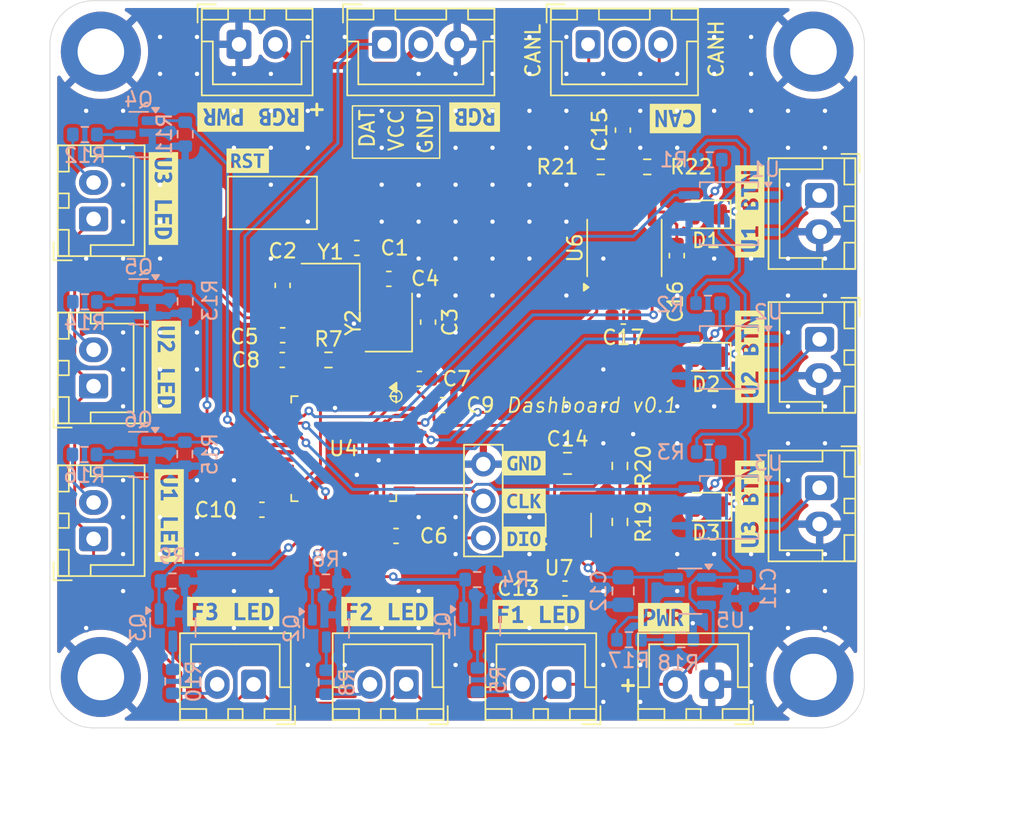
<source format=kicad_pcb>
(kicad_pcb (version 20221018) (generator pcbnew)
  (layers (0 "F.Cu" signal) (31 "B.Cu" signal) (34 "B.Paste" user) (35 "F.Paste" user) (36 "B.SilkS" user "B.Silkscreen") (37 "F.SilkS" user "F.Silkscreen") (38 "B.Mask" user) (39 "F.Mask" user) (44 "Edge.Cuts" user))
  (net 0 "")
  (net 1 "/RCC_OSC_IN")
  (net 2 "GND")
  (net 3 "/RCC_OSC_OUT")
  (net 4 "/LSE_IN")
  (net 5 "/LSE_OUT")
  (net 6 "+3V3")
  (net 7 "Net-(D1-K)")
  (net 8 "Net-(D1-A)")
  (net 9 "Net-(D2-K)")
  (net 10 "Net-(D2-A)")
  (net 11 "Net-(D3-K)")
  (net 12 "Net-(D3-A)")
  (net 13 "Net-(J1-Pin_1)")
  (net 14 "Net-(J2-Pin_1)")
  (net 15 "Net-(J3-Pin_1)")
  (net 16 "Net-(J4-Pin_2)")
  (net 17 "Net-(J5-Pin_2)")
  (net 18 "Net-(J6-Pin_2)")
  (net 19 "Net-(J7-Pin_2)")
  (net 20 "Net-(J8-Pin_2)")
  (net 21 "Net-(J9-Pin_2)")
  (net 22 "FAULT0_LED")
  (net 23 "Net-(Q1-D)")
  (net 24 "FAULT1_LED")
  (net 25 "Net-(Q2-D)")
  (net 26 "Fault3_LED")
  (net 27 "Net-(Q3-D)")
  (net 28 "FUNC1_LED")
  (net 29 "Net-(Q4-D)")
  (net 30 "FUNC2_LED")
  (net 31 "Net-(Q5-D)")
  (net 32 "FUNC3_LED")
  (net 33 "Net-(Q6-D)")
  (net 34 "+5V")
  (net 35 "Net-(SW1-B)")
  (net 36 "FUNC1_IO")
  (net 37 "FUNC2_IO")
  (net 38 "FUNC3_IO")
  (net 39 "ADC_CH1")
  (net 40 "ADC0")
  (net 41 "ADC1")
  (net 42 "ADC2")
  (net 43 "ADC3")
  (net 45 "IC2")
  (net 46 "IC3")
  (net 50 "SWDIO")
  (net 51 "D+")
  (net 52 "D-")
  (net 53 "SWCLK")
  (net 54 "IC0")
  (net 55 "IC1")
  (net 60 "Net-(U4-PB8)")
  (net 61 "Net-(U4-PB9)")
  (net 62 "CAN_P")
  (net 64 "RGB")
  (net 66 "Net-(J11-Pin_2)")
  (net 67 "Net-(U5-ADJ)")
  (net 68 "Net-(U7-ADJ)")
  (net 69 "VDC")
  (net 70 "Net-(C15-Pad1)")
  (net 71 "CAN_N")
  (footprint "Connector_JST:JST_XH_B2B-XH-A_1x02_P2.50mm_Vertical" (layer "F.Cu") (at 62 82 90)
    (fp_text reference "J9" hide)
    (fp_text value "FUNC3_LED")
  )
  (footprint "kibuzzard-675A9E5C" (layer "F.Cu") (at 91.6 82)
    (fp_text reference "kibuzzard-675A9E5C" hide)
    (fp_text value "G***" hide)
  )
  (footprint "Capacitor_SMD:C_0603_1608Metric" (layer "F.Cu") (at 74.975 69.7 180)
    (fp_text reference "C8")
    (fp_text value "1u")
  )
  (footprint "Package_SO:SOIC-8_3.9x4.9mm_P1.27mm" (layer "F.Cu") (at 98.5 61.999998 90)
    (fp_text reference "U6")
    (fp_text value "SN65HVD256D")
  )
  (footprint "kibuzzard-675A9E54" (layer "F.Cu") (at 91.6 79.4)
    (fp_text reference "kibuzzard-675A9E54" hide)
    (fp_text value "G***" hide)
  )
  (footprint "Connector_JST:JST_XH_B2B-XH-A_1x02_P2.50mm_Vertical" (layer "F.Cu") (at 83.5 92 180)
    (fp_text reference "J5" hide)
    (fp_text value "FAULT2_LED")
  )
  (footprint "kibuzzard-675ACE28" (layer "F.Cu") (at 91.6 76.8)
    (fp_text reference "kibuzzard-675ACE28" hide)
    (fp_text value "G***" hide)
  )
  (footprint "kibuzzard-675A942D" (layer "F.Cu") (at 72.8 53 180)
    (fp_text reference "kibuzzard-675A942D" hide)
    (fp_text value "G***" hide)
  )
  (footprint "kibuzzard-675A9464" (layer "F.Cu") (at 88.2 53 180)
    (fp_text reference "kibuzzard-675A9464" hide)
    (fp_text value "G***" hide)
  )
  (footprint "LED_SMD:LED_0805_2012Metric" (layer "F.Cu") (at 104.1825 79.786625 180)
    (fp_text reference "D3")
    (fp_text value "FUNC3_BTN")
  )
  (footprint "Connector_JST:JST_XH_B2B-XH-A_1x02_P2.50mm_Vertical" (layer "F.Cu") (at 73 92 180)
    (fp_text reference "J6" hide)
    (fp_text value "FAULT3_LED")
  )
  (footprint "kibuzzard-675A93F9" (layer "F.Cu") (at 71.6 87)
    (fp_text reference "kibuzzard-675A93F9" hide)
    (fp_text value "G***" hide)
  )
  (footprint "Connector_PinHeader_2.54mm:PinHeader_1x03_P2.54mm_Vertical" (layer "F.Cu") (at 88.8 81.94 180)
    (fp_text reference "J10" hide)
    (fp_text value "PROG")
  )
  (footprint "Connector_JST:JST_XH_B2B-XH-A_1x02_P2.50mm_Vertical" (layer "F.Cu") (at 62 71.5 90)
    (fp_text reference "J8" hide)
    (fp_text value "FUNC2_LED")
  )
  (footprint "Capacitor_SMD:C_0603_1608Metric" (layer "F.Cu") (at 98.425 66.725 180)
    (fp_text reference "C17")
    (fp_text value "100n")
  )
  (footprint "kibuzzard-675A9409" (layer "F.Cu") (at 67.2 80.4 -90)
    (fp_text reference "kibuzzard-675A9409" hide)
    (fp_text value "G***" hide)
  )
  (footprint "Capacitor_SMD:C_0603_1608Metric" (layer "F.Cu") (at 82.3 64.125)
    (fp_text reference "C4")
    (fp_text value "20p")
  )
  (footprint "Capacitor_SMD:C_0805_2012Metric" (layer "F.Cu") (at 94.5875 76.8125)
    (fp_text reference "C14")
    (fp_text value "10u")
  )
  (footprint "MountingHole:MountingHole_3.2mm_M3_ISO14580_Pad" (layer "F.Cu") (at 111.5 48.5)
    (fp_text reference "H4" hide)
    (fp_text value "MountingHole_Pad")
  )
  (footprint "kibuzzard-675A93D2" (layer "F.Cu") (at 92.6 87.2)
    (fp_text reference "kibuzzard-675A93D2" hide)
    (fp_text value "G***" hide)
  )
  (footprint "Button_Switch_SMD:SW_SPST_FSMSM" (layer "F.Cu") (at 74.3 58.9 180)
    (fp_text reference "SW1" hide)
    (fp_text value "SW_SPST")
  )
  (footprint "Capacitor_SMD:C_0603_1608Metric" (layer "F.Cu") (at 84.4 71)
    (fp_text reference "C7")
    (fp_text value "100n")
  )
  (footprint "MountingHole:MountingHole_3.2mm_M3_ISO14580_Pad" (layer "F.Cu") (at 62.5 48.5)
    (fp_text reference "H1" hide)
    (fp_text value "MountingHole_Pad")
  )
  (footprint "Capacitor_SMD:C_0603_1608Metric" (layer "F.Cu") (at 98.395 53.899998 90)
    (fp_text reference "C15")
    (fp_text value "1u")
  )
  (footprint "Connector_JST:JST_XH_B2B-XH-A_1x02_P2.50mm_Vertical" (layer "F.Cu") (at 62 60 90)
    (fp_text reference "J7" hide)
    (fp_text value "FUNC1_LED")
  )
  (footprint "LED_SMD:LED_0805_2012Metric" (layer "F.Cu") (at 104.12 59.686625 180)
    (fp_text reference "D1")
    (fp_text value "FUNC1_BTN")
  )
  (footprint "Package_TO_SOT_SMD:SOT-23-5" (layer "F.Cu") (at 94.65 81.0625 90)
    (fp_text reference "U7")
    (fp_text value "AP2204K-ADJ")
  )
  (footprint "Package_QFP:LQFP-48_7x7mm_P0.5mm" (layer "F.Cu") (at 79.2 75.8 -90)
    (fp_text reference "U4")
    (fp_text value "STM32F103C8Tx")
  )
  (footprint "Resistor_SMD:R_0603_1608Metric" (layer "F.Cu") (at 98.1875 80.8375 90)
    (fp_text reference "R19")
    (fp_text value "100k")
  )
  (footprint "Connector_JST:JST_XH_B3B-XH-A_1x03_P2.50mm_Vertical" (layer "F.Cu") (at 96 48)
    (fp_text reference "J13" hide)
    (fp_text value "CAN")
  )
  (footprint "LED_SMD:LED_0805_2012Metric" (layer "F.Cu") (at 104.12 69.48 180)
    (fp_text reference "D2")
    (fp_text value "FUNC2_BTN")
  )
  (footprint "Capacitor_SMD:C_0603_1608Metric" (layer "F.Cu") (at 85 67.1 90)
    (fp_text reference "C3")
    (fp_text value "20p")
  )
  (footprint "Connector_JST:JST_XH_B2B-XH-A_1x02_P2.50mm_Vertical" (layer "F.Cu") (at 104.5 92 180)
    (fp_text reference "J14" hide)
    (fp_text value "PWR")
  )
  (footprint "Capacitor_SMD:C_0603_1608Metric" (layer "F.Cu") (at 80.1 62)
    (fp_text reference "C1")
    (fp_text value "20p")
  )
  (footprint "kibuzzard-675A9276" (layer "F.Cu") (at 101.2 87.4)
    (fp_text reference "kibuzzard-675A9276" hide)
    (fp_text value "G***" hide)
  )
  (footprint "Resistor_SMD:R_0603_1608Metric" (layer "F.Cu") (at 96.87 56.424998)
    (fp_text reference "R21")
    (fp_text value "60")
  )
  (footprint "kibuzzard-675AA1C0" (layer "F.Cu") (at 72.6 56)
    (fp_text reference "kibuzzard-675AA1C0" hide)
    (fp_text value "G***" hide)
  )
  (footprint "Capacitor_SMD:C_0603_1608Metric" (layer "F.Cu") (at 75 68 180)
    (fp_text reference "C5")
    (fp_text value "100n")
  )
  (footprint "kibuzzard-675A946D" (layer "F.Cu") (at 102 53.1 180)
    (fp_text reference "kibuzzard-675A946D" hide)
    (fp_text value "G***" hide)
  )
  (footprint "Connector_JST:JST_XH_B3B-XH-A_1x03_P2.50mm_Vertical" (layer "F.Cu") (at 82 48)
    (fp_text reference "J11" hide)
    (fp_text value "RGB")
  )
  (footprint "Connector_JST:JST_XH_B2B-XH-A_1x02_P2.50mm_Vertical" (layer "F.Cu") (at 72 48)
    (fp_text reference "J12" hide)
    (fp_text value "5V_IN")
  )
  (footprint "Capacitor_SMD:C_0603_1608Metric" (layer "F.Cu") (at 73.575 80 180)
    (fp_text reference "C10")
    (fp_text value "100n")
  )
  (footprint "Resistor_SMD:R_0603_1608Metric" (layer "F.Cu") (at 78.15 69.7)
    (fp_text reference "R7")
    (fp_text value "10k")
  )
  (footprint "Crystal:Crystal_SMD_SeikoEpson_FA238-4Pin_3.2x2.5mm" (layer "F.Cu") (at 78.3 64.675 180)
    (fp_text reference "Y1")
    (fp_text value "8M")
  )
  (footprint "kibuzzard-675A9410" (layer "F.Cu") (at 67 70.2 -90)
    (fp_text reference "kibuzzard-675A9410" hide)
    (fp_text value "G***" hide)
  )
  (footprint "Capacitor_SMD:C_0603_1608Metric" (layer "F.Cu") (at 94.4125 85.4125)
    (fp_text reference "C13")
    (fp_text value "1u")
  )
  (footprint "Connector_JST:JST_XH_B2B-XH-A_1x02_P2.50mm_Vertical" (layer "F.Cu") (at 111.92 58.386625 -90)
    (fp_text reference "J1" hide)
    (fp_text value "FUNC1_BTN")
  )
  (footprint "Connector_JST:JST_XH_B2B-XH-A_1x02_P2.50mm_Vertical" (layer "F.Cu") (at 94 92 180)
    (fp_text reference "J4" hide)
    (fp_text value "FAULT1_LED")
  )
  (footprint "Connector_JST:JST_XH_B2B-XH-A_1x02_P2.50mm_Vertical" (layer "F.Cu") (at 111.92 78.486625 -90)
    (fp_text reference "J3" hide)
    (fp_text value "FUNC3_BTN")
  )
  (footprint "Resistor_SMD:R_0603_1608Metric" (layer "F.Cu") (at 100.07 56.424998)
    (fp_text reference "R22")
    (fp_text value "60")
  )
  (footprint "Crystal:Crystal_SMD_SeikoEpson_FA238-4Pin_3.2x2.5mm" (layer "F.Cu") (at 82.3 67.125 90)
    (fp_text reference "Y2")
    (fp_text value "32.768k")
  )
  (footprint "kibuzzard-675A93EF" (layer "F.Cu") (at 82.2 87)
    (fp_text reference "kibuzzard-675A93EF" hide)
    (fp_text value "G***" hide)
  )
  (footprint "Connector_JST:JST_XH_B2B-XH-A_1x02_P2.50mm_Vertical" (layer "F.Cu") (at 111.92 68.28 -90)
    (fp_text reference "J2" hide)
    (fp_text value "FUNC2_BTN")
  )
  (footprint "Resistor_SMD:R_0603_1608Metric" (layer "F.Cu") (at 98.1875 76.9875 -90)
    (fp_text reference "R20")
    (fp_text value "166k")
  )
  (footprint "kibuzzard-675A93E3" (layer "F.Cu") (at 107.12 79.786625 90)
    (fp_text reference "kibuzzard-675A93E3" hide)
    (fp_text value "G***" hide)
  )
  (footprint "kibuzzard-675A93D8" (layer "F.Cu") (at 107.12 59.486625 90)
    (fp_text reference "kibuzzard-675A93D8" hide)
    (fp_text value "G***" hide)
  )
  (footprint "MountingHole:MountingHole_3.2mm_M3_ISO14580_Pad" (layer "F.Cu") (at 62.5 91.5)
    (fp_text reference "H2" hide)
    (fp_text value "MountingHole_Pad")
  )
  (footprint "kibuzzard-675A93DE" (layer "F.Cu") (at 107.12 69.48 90)
    (fp_text reference "kibuzzard-675A93DE" hide)
    (fp_text value "G***" hide)
  )
  (footprint "Capacitor_SMD:C_0603_1608Metric" (layer "F.Cu") (at 86 72.8)
    (fp_text reference "C9")
    (fp_text value "100n")
  )
  (footprint "MountingHole:MountingHole_3.2mm_M3_ISO14580_Pad" (layer "F.Cu") (at 111.5 91.5)
    (fp_text reference "H3" hide)
    (fp_text value "MountingHole_Pad")
  )
  (footprint "kibuzzard-675A9417" (layer "F.Cu") (at 66.8 58.6 -90)
    (fp_text reference "kibuzzard-675A9417" hide)
    (fp_text value "G***" hide)
  )
  (footprint "Capacitor_SMD:C_0603_1608Metric" (layer "F.Cu") (at 75 64.575 90)
    (fp_text reference "C2")
    (fp_text value "20p")
  )
  (footprint "Capacitor_SMD:C_0603_1608Metric" (layer "F.Cu") (at 102.1 62.525 -90)
    (fp_text reference "C16")
    (fp_text value "100n")
  )
  (footprint "Capacitor_SMD:C_0603_1608Metric" (layer "F.Cu") (at 82.8 81.8)
    (fp_text reference "C6")
    (fp_text value "100n")
  )
  (footprint "Capacitor_SMD:C_0603_1608Metric" (layer "B.Cu") (at 106.81 85.335 -90)
    (fp_text reference "C11")
    (fp_text value "1u")
  )
  (footprint "Package_TO_SOT_SMD:SOT-23" (layer "B.Cu") (at 65.075 76.2 180)
    (fp_text reference "Q6")
    (fp_text value "2N7002")
  )
  (footprint "Package_TO_SOT_SMD:SOT-23" (layer "B.Cu") (at 67.45 88.1 -90)
    (fp_text reference "Q3")
    (fp_text value "2N7002")
  )
  (footprint "Resistor_SMD:R_0603_1608Metric" (layer "B.Cu") (at 77.975 84.9625)
    (fp_text reference "R6")
    (fp_text value "1M")
  )
  (footprint "Package_TO_SOT_SMD:SOT-23" (layer "B.Cu") (at 78 88.1625 -90)
    (fp_text reference "Q2")
    (fp_text value "2N7002")
  )
  (footprint "Package_SO:SOP-4_3.8x4.1mm_P2.54mm" (layer "B.Cu") (at 105.695 69.53 180)
    (fp_text reference "U2")
    (fp_text value "FODM217D")
  )
  (footprint "Resistor_SMD:R_0603_1608Metric" (layer "B.Cu") (at 98.81 88.935)
    (fp_text reference "R17")
    (fp_text value "303k")
  )
  (footprint "Package_SO:SOP-4_3.8x4.1mm_P2.54mm" (layer "B.Cu") (at 105.695 59.636625 180)
    (fp_text reference "U1")
    (fp_text value "FODM217D")
  )
  (footprint "Package_TO_SOT_SMD:SOT-23-5" (layer "B.Cu") (at 103 85.6 180)
    (fp_text reference "U5")
    (fp_text value "AP2204K-ADJ")
  )
  (footprint "Resistor_SMD:R_0603_1608Metric" (layer "B.Cu") (at 67.425 84.9)
    (fp_text reference "R9")
    (fp_text value "1M")
  )
  (footprint "Package_TO_SOT_SMD:SOT-23" (layer "B.Cu") (at 65.1 54.2 180)
    (fp_text reference "Q4")
    (fp_text value "2N7002")
  )
  (footprint "Resistor_SMD:R_0603_1608Metric" (layer "B.Cu") (at 88.375 84.8)
    (fp_text reference "R4")
    (fp_text value "1M")
  )
  (footprint "Resistor_SMD:R_0603_1608Metric" (layer "B.Cu") (at 61.4 54.2)
    (fp_text reference "R12")
    (fp_text value "0R")
  )
  (footprint "Resistor_SMD:R_0603_1608Metric" (layer "B.Cu") (at 88.4 91.7 90)
    (fp_text reference "R5")
    (fp_text value "0R")
  )
  (footprint "Resistor_SMD:R_0603_1608Metric" (layer "B.Cu") (at 102.41 88.935 180)
    (fp_text reference "R18")
    (fp_text value "100k")
  )
  (footprint "Package_SO:SOP-4_3.8x4.1mm_P2.54mm" (layer "B.Cu") (at 105.695 79.836625 180)
    (fp_text reference "U3")
    (fp_text value "FODM217D")
  )
  (footprint "Capacitor_SMD:C_0805_2012Metric" (layer "B.Cu") (at 98.41 85.585 -90)
    (fp_text reference "C12")
    (fp_text value "10u")
  )
  (footprint "Resistor_SMD:R_0603_1608Metric" (layer "B.Cu") (at 104.295 76.036625)
    (fp_text reference "R3")
    (fp_text value "1k")
  )
  (footprint "Resistor_SMD:R_0603_1608Metric" (layer "B.Cu") (at 61.375 76.2)
    (fp_text reference "R16")
    (fp_text value "0R")
  )
  (footprint "Resistor_SMD:R_0603_1608Metric" (layer "B.Cu") (at 68.275 76.175 -90)
    (fp_text reference "R15")
    (fp_text value "1M")
  )
  (footprint "Package_TO_SOT_SMD:SOT-23" (layer "B.Cu") (at 88.4 88 -90)
    (fp_text reference "Q1")
    (fp_text value "2N7002")
  )
  (footprint "Package_TO_SOT_SMD:SOT-23" (layer "B.Cu") (at 65.1 65.7 180)
    (fp_text reference "Q5")
    (fp_text value "2N7002")
  )
  (footprint "Resistor_SMD:R_0603_1608Metric" (layer "B.Cu") (at 61.4 65.7)
    (fp_text reference "R14")
    (fp_text value "0R")
  )
  (footprint "Resistor_SMD:R_0603_1608Metric" (layer "B.Cu") (at 67.45 91.8 90)
    (fp_text reference "R10")
    (fp_text value "0R")
  )
  (footprint "Resistor_SMD:R_0603_1608Metric" (layer "B.Cu") (at 68.3 54.175 -90)
    (fp_text reference "R11")
    (fp_text value "1M")
  )
  (footprint "Resistor_SMD:R_0603_1608Metric" (layer "B.Cu") (at 78 91.8625 90)
    (fp_text reference "R8")
    (fp_text value "0R")
  )
  (footprint "Resistor_SMD:R_0603_1608Metric" (layer "B.Cu") (at 104.245 65.8)
    (fp_text reference "R2")
    (fp_text value "1k")
  )
  (footprint "Resistor_SMD:R_0603_1608Metric" (layer "B.Cu") (at 104.37 55.936625)
    (fp_text reference "R1")
    (fp_text value "1k")
  )
  (footprint "Resistor_SMD:R_0603_1608Metric" (layer "B.Cu") (at 68.3 65.675 -90)
    (fp_text reference "R13")
    (fp_text value "1M")
  )
  (gr_rect (start 79.8 52.228571) (end 85.8 55.828571) (stroke (width 0.1)) (fill none) (layer "F.SilkS"))
  (gr_circle (center 82.81 72.19) (end 83.2 72.19) (stroke (width 0.1)) (fill none) (layer "F.SilkS"))
  (gr_line (start 59 92) (end 59 48) (stroke (width 0.05)) (layer "Edge.Cuts"))
  (gr_line (start 115 92) (end 115 48) (stroke (width 0.05)) (layer "Edge.Cuts"))
  (gr_arc (start 59 48) (mid 59.87868 45.87868) (end 62 45) (stroke (width 0.05)) (layer "Edge.Cuts"))
  (gr_arc (start 112 45) (mid 114.12132 45.87868) (end 115 48) (stroke (width 0.05)) (layer "Edge.Cuts"))
  (gr_arc (start 115 92) (mid 114.12132 94.12132) (end 112 95) (stroke (width 0.05)) (layer "Edge.Cuts"))
  (gr_arc (start 62 95) (mid 59.87868 94.12132) (end 59 92) (stroke (width 0.05)) (layer "Edge.Cuts"))
  (gr_line (start 112 45) (end 62 45) (stroke (width 0.05)) (layer "Edge.Cuts"))
  (gr_line (start 62 95) (end 112 95) (stroke (width 0.05)) (layer "Edge.Cuts"))
  (gr_text "DAT" (at 81.4 55.2 90) (layer "F.SilkS") (effects (font (size 1 1)) (justify left bottom)))
  (gr_text "Dashboard v0.1" (at 90.3 73.4) (layer "F.SilkS") (effects (font (size 1 1) (thickness 0.125) italic) (justify left bottom)))
  (gr_text "CANH" (at 105.4 50.4 90) (layer "F.SilkS") (effects (font (size 1 1)) (justify left bottom)))
  (gr_text "CANL" (at 92.8 50.4 90) (layer "F.SilkS") (effects (font (size 1 1)) (justify left bottom)))
  (gr_text "+" (at 98 92.6) (layer "F.SilkS") (effects (font (size 1 1) (thickness 0.2) bold) (justify left bottom)))
  (gr_text "GND" (at 85.4 55.628571 90) (layer "F.SilkS") (effects (font (size 1 1)) (justify left bottom)))
  (gr_text "+" (at 76.6 53) (layer "F.SilkS") (effects (font (size 1 1) (thickness 0.2) bold) (justify left bottom)))
  (gr_text "VCC" (at 83.4 55.438095 90) (layer "F.SilkS") (effects (font (size 1 1)) (justify left bottom)))
  (segment (start 79.95 70.65) (end 79.95 71.6375) (width 0.2) (layer "F.Cu") (net 1))
  (segment (start 80.075 70.525) (end 79.95 70.65) (width 0.2) (layer "F.Cu") (net 1))
  (segment (start 78.2 64.175) (end 78.2 67) (width 0.2) (layer "F.Cu") (net 1))
  (segment (start 79.4 62.075) (end 79.4 63.875) (width 0.2) (layer "F.Cu") (net 1))
  (segment (start 78.5 63.875) (end 78.2 64.175) (width 0.2) (layer "F.Cu") (net 1))
  (segment (start 80.075 68.875) (end 80.075 70.525) (width 0.2) (layer "F.Cu") (net 1))
  (segment (start 79.325 62) (end 79.4 62.075) (width 0.2) (layer "F.Cu") (net 1))
  (segment (start 79.4 63.875) (end 78.5 63.875) (width 0.2) (layer "F.Cu") (net 1))
  (segment (start 78.2 67) (end 80.075 68.875) (width 0.2) (layer "F.Cu") (net 1))
  (segment (start 83.3625 73.55) (end 82.59259 73.55) (width 0.2) (layer "F.Cu") (net 2))
  (segment (start 82.59259 73.55) (end 81.6 74.54259) (width 0.2) (layer "F.Cu") (net 2))
  (segment (start 81.65 75.05) (end 81.6 75) (width 0.2) (layer "F.Cu") (net 2))
  (segment (start 81.6 75) (end 81.6 76.6) (width 0.2) (layer "F.Cu") (net 2))
  (segment (start 81.6 74.54259) (end 81.6 75) (width 0.2) (layer "F.Cu") (net 2))
  (segment (start 83.3625 75.05) (end 81.65 75.05) (width 0.2) (layer "F.Cu") (net 2))
  (via (at 104.67 47.49) (size 0.6) (drill 0.3) (layers "F.Cu" "B.Cu") (net 2))
  (via (at 91.97 62.73) (size 0.6) (drill 0.3) (layers "F.Cu" "B.Cu") (net 2))
  (via (at 99.59 90.67) (size 0.6) (drill 0.3) (layers "F.Cu" "B.Cu") (net 2))
  (via (at 81.81 60.19) (size 0.6) (drill 0.3) (layers "F.Cu" "B.Cu") (net 2))
  (via (at 112.29 75.43) (size 0.6) (drill 0.3) (layers "F.Cu" "B.Cu") (net 2))
  (via (at 66.57 62.73) (size 0.6) (drill 0.3) (layers "F.Cu" "B.Cu") (net 2))
  (via (at 69.11 83.05) (size 0.6) (drill 0.3) (layers "F.Cu" "B.Cu") (net 2))
  (via (at 71.65 83.05) (size 0.6) (drill 0.3) (layers "F.Cu" "B.Cu") (net 2))
  (via (at 74.19 85.59) (size 0.6) (drill 0.3) (layers "F.Cu" "B.Cu") (net 2))
  (via (at 76.73 47.49) (size 0.6) (drill 0.3) (layers "F.Cu" "B.Cu") (net 2))
  (via (at 66.57 47.49) (size 0.6) (drill 0.3) (layers "F.Cu" "B.Cu") (net 2))
  (via (at 84.35 57.65) (size 0.6) (drill 0.3) (layers "F.Cu" "B.Cu") (net 2))
  (via (at 74.19 88.13) (size 0.6) (drill 0.3) (layers "F.Cu" "B.Cu") (net 2))
  (via (at 103.2 87.8) (size 0.6) (drill 0.3) (layers "F.Cu" "B.Cu") (net 2))
  (via (at 109.75 85.59) (size 0.6) (drill 0.3) (layers "F.Cu" "B.Cu") (net 2))
  (via (at 97.05 70.35) (size 0.6) (drill 0.3) (layers "F.Cu" "B.Cu") (net 2))
  (via (at 109.75 65.27) (size 0.6) (drill 0.3) (layers "F.Cu" "B.Cu") (net 2))
  (via (at 64.03 80.51) (size 0.6) (drill 0.3) (layers "F.Cu" "B.Cu") (net 2))
  (via (at 74.19 57.65) (size 0.6) (drill 0.3) (layers "F.Cu" "B.Cu") (net 2))
  (via (at 104.67 52.57) (size 0.6) (drill 0.3) (layers "F.Cu" "B.Cu") (net 2))
  (via (at 69.11 80.51) (size 0.6) (drill 0.3) (layers "F.Cu" "B.Cu") (net 2))
  (via (at 97.05 90.67) (size 0.6) (drill 0.3) (layers "F.Cu" "B.Cu") (net 2))
  (via (at 91.97 55.11) (size 0.6) (drill 0.3) (layers "F.Cu" "B.Cu") (net 2))
  (via (at 81.81 55.11) (size 0.6) (drill 0.3) (layers "F.Cu" "B.Cu") (net 2))
  (via (at 94.51 75.43) (size 0.6) (drill 0.3) (layers "F.Cu" "B.Cu") (net 2))
  (via (at 97.05 55.11) (size 0.6) (drill 0.3) (layers "F.Cu" "B.Cu") (net 2))
  (via (at 64.03 52.57) (size 0.6) (drill 0.3) (layers "F.Cu" "B.Cu") (net 2))
  (via (at 112.29 52.57) (size 0.6) (drill 0.3) (layers "F.Cu" "B.Cu") (net 2))
  (via (at 71.65 85.59) (size 0.6) (drill 0.3) (layers "F.Cu" "B.Cu") (net 2))
  (via (at 71.65 77.97) (size 0.6) (drill 0.3) (layers "F.Cu" "B.Cu") (net 2))
  (via (at 107.21 88.13) (size 0.6) (drill 0.3) (layers "F.Cu" "B.Cu") (net 2))
  (via (at 109.75 75.43) (size 0.6) (drill 0.3) (layers "F.Cu" "B.Cu") (net 2))
  (via (at 112.29 65.27) (size 0.6) (drill 0.3) (layers "F.Cu" "B.Cu") (net 2))
  (via (at 94.51 88.13) (size 0.6) (drill 0.3) (layers "F.Cu" "B.Cu") (net 2))
  (via (at 89.43 50.03) (size 0.6) (drill 0.3) (layers "F.Cu" "B.Cu") (net 2))
  (via (at 97.05 85.59) (size 0.6) (drill 0.3) (layers "F.Cu" "B.Cu") (net 2))
  (via (at 102.13 50.03) (size 0.6) (drill 0.3) (layers "F.Cu" "B.Cu") (net 2))
  (via (at 79.27 90.67) (size 0.6) (drill 0.3) (layers "F.Cu" "B.Cu") (net 2))
  (via (at 112.29 62.73) (size 0.6) (drill 0.3) (layers "F.Cu" "B.Cu") (net 2))
  (via (at 94.51 47.49) (size 0.6) (drill 0.3) (layers "F.Cu" "B.Cu") (net 2))
  (via (at 71.65 55.11) (size 0.6) (drill 0.3) (layers "F.Cu" "B.Cu") (net 2))
  (via (at 86.89 52.57) (size 0.6) (drill 0.3) (layers "F.Cu" "B.Cu") (net 2))
  (via (at 64.03 57.65) (size 0.6) (drill 0.3) (layers "F.Cu" "B.Cu") (net 2))
  (via (at 66.57 60.19) (size 0.6) (drill 0.3) (layers "F.Cu" "B.Cu") (net 2))
  (via (at 94.51 52.57) (size 0.6) (drill 0.3) (layers "F.Cu" "B.Cu") (net 2))
  (via (at 64.03 62.73) (size 0.6) (drill 0.3) (layers "F.Cu" "B.Cu") (net 2))
  (via (at 102.13 85.59) (size 0.6) (drill 0.3) (layers "F.Cu" "B.Cu") (net 2))
  (via (at 94.51 65.27) (size 0.6) (drill 0.3) (layers "F.Cu" "B.Cu") (net 2))
  (via (at 89.43 65.27) (size 0.6) (drill 0.3) (layers "F.Cu" "B.Cu") (net 2))
  (via (at 102.13 83.05) (size 0.6) (drill 0.3) (layers "F.Cu" "B.Cu") (net 2))
  (via (at 107.21 62.73) (size 0.6) (drill 0.3) (layers "F.Cu" "B.Cu") (net 2))
  (via (at 89.43 62.73) (size 0.6) (drill 0.3) (layers "F.Cu" "B.Cu") (net 2))
  (via (at 91.97 85.59) (size 0.6) (drill 0.3) (layers "F.Cu" "B.Cu") (net 2))
  (via (at 104.67 72.89) (size 0.6) (drill 0.3) (layers "F.Cu" "B.Cu") (net 2))
  (via (at 76.73 52.57) (size 0.6) (drill 0.3) (layers "F.Cu" "B.Cu") (net 2))
  (via (at 69.11 67.81) (size 0.6) (drill 0.3) (layers "F.Cu" "B.Cu") (net 2))
  (via (at 107.21 83.05) (size 0.6) (drill 0.3) (layers "F.Cu" "B.Cu") (net 2))
  (via (at 97.05 75.43) (size 0.6) (drill 0.3) (layers "F.Cu" "B.Cu") (net 2))
  (via (at 99.59 50.03) (size 0.6) (drill 0.3) (layers "F.Cu" "B.Cu") (net 2))
  (via (at 102.13 75.43) (size 0.6) (drill 0.3) (layers "F.Cu" "B.Cu") (net 2))
  (via (at 86.89 67.81) (size 0.6) (drill 0.3) (layers "F.Cu" "B.Cu") (net 2))
  (via (at 102.13 65.27) (size 0.6) (drill 0.3) (layers "F.Cu" "B.Cu") (net 2))
  (via (at 86.89 55.11) (size 0.6) (drill 0.3) (layers "F.Cu" "B.Cu") (net 2))
  (via (at 81.81 57.65) (size 0.6) (drill 0.3) (layers "F.Cu" "B.Cu") (net 2))
  (via (at 97.05 52.57) (size 0.6) (drill 0.3) (layers "F.Cu" "B.Cu") (net 2))
  (via (at 109.75 88.13) (size 0.6) (drill 0.3) (layers "F.Cu" "B.Cu") (net 2))
  (via (at 91.97 52.57) (size 0.6) (drill 0.3) (layers "F.Cu" "B.Cu") (net 2))
  (via (at 80.1 77.6) (size 0.6) (drill 0.3) (layers "F.Cu" "B.Cu") (net 2))
  (via (at 109.75 72.89) (size 0.6) (drill 0.3) (layers "F.Cu" "B.Cu") (net 2))
  (via (at 107.21 47.49) (size 0.6) (drill 0.3) (layers "F.Cu" "B.Cu") (net 2))
  (via (at 84.35 52.57) (size 0.6) (drill 0.3) (layers "F.Cu" "B.Cu") (net 2))
  (via (at 102.13 55.11) (size 0.6) (drill 0.3) (layers "F.Cu" "B.Cu") (net 2))
  (via (at 94.51 57.65) (size 0.6) (drill 0.3) (layers "F.Cu" "B.Cu") (net 2))
  (via (at 64.03 85.59) (size 0.6) (drill 0.3) (layers "F.Cu" "B.Cu") (net 2))
  (via (at 107.21 52.57) (size 0.6) (drill 0.3) (layers "F.Cu" "B.Cu") (net 2))
  (via (at 91.97 83.05) (size 0.6) (drill 0.3) (layers "F.Cu" "B.Cu") (net 2))
  (via (at 91.97 50.03) (size 0.6) (drill 0.3) (layers "F.Cu" "B.Cu") (net 2))
  (via (at 109.75 52.57) (size 0.6) (drill 0.3) (layers "F.Cu" "B.Cu") (net 2))
  (via (at 99.1 74.8) (size 0.6) (drill 0.3) (layers "F.Cu" "B.Cu") (net 2))
  (via (at 86.89 50.03) (size 0.6) (drill 0.3) (layers "F.Cu" "B.Cu") (net 2))
  (via (at 91.97 88.13) (size 0.6) (drill 0.3) (layers "F.Cu" "B.Cu") (net 2))
  (via (at 66.57 80.51) (size 0.6) (drill 0.3) (layers "F.Cu" "B.Cu") (net 2))
  (via (at 89.43 57.65) (size 0.6) (drill 0.3) (layers "F.Cu" "B.Cu") (net 2))
  (via (at 86.89 83.05) (size 0.6) (drill 0.3) (layers "F.Cu" "B.Cu") (net 2))
  (via (at 104.67 83.05) (size 0.6) (drill 0.3) (layers "F.Cu" "B.Cu") (net 2))
  (via (at 64.03 77.97) (size 0.6) (drill 0.3) (layers "F.Cu" "B.Cu") (net 2))
  (via (at 66.57 57.65) (size 0.6) (drill 0.3) (layers "F.Cu" "B.Cu") (net 2))
  (via (at 66.57 67.81) (size 0.6) (drill 0.3) (layers "F.Cu" "B.Cu") (net 2))
  (via (at 71.65 50.03) (size 0.6) (drill 0.3) (layers "F.Cu" "B.Cu") (net 2))
  (via (at 109.75 62.73) (size 0.6) (drill 0.3) (layers "F.Cu" "B.Cu") (net 2))
  (via (at 97.05 72.89) (size 0.6) (drill 0.3) (layers "F.Cu" "B.Cu") (net 2))
  (via (at 86.89 62.73) (size 0.6) (drill 0.3) (layers "F.Cu" "B.Cu") (net 2))
  (via (at 71.65 52.57) (size 0.6) (drill 0.3) (layers "F.Cu" "B.Cu") (net 2))
  (via (at 102.13 52.57) (size 0.6) (drill 0.3) (layers "F.Cu" "B.Cu") (net 2))
  (via (at 91.97 60.19) (size 0.6) (drill 0.3) (layers "F.Cu" "B.Cu") (net 2))
  (via (at 109.75 77.97) (size 0.6) (drill 0.3) (layers "F.Cu" "B.Cu") (net 2))
  (via (at 69.11 70.35) (size 0.6) (drill 0.3) (layers "F.Cu" "B.Cu") (net 2))
  (via (at 84.35 80.51) (size 0.6) (drill 0.3) (layers "F.Cu" "B.Cu") (net 2))
  (via (at 76.73 55.11) (size 0.6) (drill 0.3) (layers "F.Cu" "B.Cu") (net 2))
  (via (at 64.03 67.81) (size 0.6) (drill 0.3) (layers "F.Cu" "B.Cu") (net 2))
  (via (at 71.65 88.13) (size 0.6) (drill 0.3) (layers "F.Cu" "B.Cu") (net 2))
  (via (at 112.29 85.59) (size 0.6) (drill 0.3) (layers "F.Cu" "B.Cu") (net 2))
  (via (at 99.59 52.57) (size 0.6) (drill 0.3) (layers "F.Cu" "B.Cu") (net 2))
  (via (at 97.05 62.73) (size 0.6) (drill 0.3) (layers "F.Cu" "B.Cu") (net 2))
  (via (at 89.43 47.49) (size 0.6) (drill 0.3) (layers "F.Cu" "B.Cu") (net 2))
  (via (at 86.89 80.51) (size 0.6) (drill 0.3) (layers "F.Cu" "B.Cu") (net 2))
  (via (at 69.11 90.67) (size 0.6) (drill 0.3) (layers "F.Cu" "B.Cu") (net 2))
  (via (at 91.97 80.51) (size 0.6) (drill 0.3) (layers "F.Cu" "B.Cu") (net 2))
  (via (at 86.89 90.67) (size 0.6) (drill 0.3) (layers "F.Cu" "B.Cu") (net 2))
  (via (at 107.21 93.21) (size 0.6) (drill 0.3) (layers "F.Cu" "B.Cu") (net 2))
  (via (at 99.59 55.11) (size 0.6) (drill 0.3) (layers "F.Cu" "B.Cu") (net 2))
  (via (at 64.03 83.05) (size 0.6) (drill 0.3) (layers "F.Cu" "B.Cu") (net 2))
  (via (at 94.51 50.03) (size 0.6) (drill 0.3) (layers "F.Cu" "B.Cu") (net 2))
  (via (at 112.29 83.05) (size 0.6) (drill 0.3) (layers "F.Cu" "B.Cu") (net 2))
  (via (at 91.97 47.49) (size 0.6) (drill 0.3) (layers "F.Cu" "B.Cu") (net 2))
  (via (at 61.49 88.13) (size 0.6) (drill 0.3) (layers "F.Cu" "B.Cu") (net 2))
  (via (at 84.35 60.19) (size 0.6) (drill 0.3) (layers "F.Cu" "B.Cu") (net 2))
  (via (at 84.35 65.27) (size 0.6) (drill 0.3) (layers "F.Cu" "B.Cu") (net 2))
  (via (at 107.21 90.67) (size 0.6) (drill 0.3) (layers "F.Cu" "B.Cu") (net 2))
  (via (at 74.19 55.11) (size 0.6) (drill 0.3) (layers "F.Cu" "B.Cu") (net 2))
  (via (at 109.75 83.05) (size 0.6) (drill 0.3) (layers "F.Cu" "B.Cu") (net 2))
  (via (at 64.03 60.19) (size 0.6) (drill 0.3) (layers "F.Cu" "B.Cu") (net 2))
  (via (at 86.89 57.65) (size 0.6) (drill 0.3) (layers "F.Cu" "B.Cu") (net 2))
  (via (at 112.29 88.13) (size 0.6) (drill 0.3) (layers "F.Cu" "B.Cu") (net 2))
  (via (at 97.05 93.21) (size 0.6) (drill 0.3) (layers "F.Cu" "B.Cu") (net 2))
  (via (at 84.35 85.59) (size 0.6) (drill 0.3) (layers "F.Cu" "B.Cu") (net 2))
  (via (at 112.29 55.11) (size 0.6) (drill 0.3) (layers "F.Cu" "B.Cu") (net 2))
  (via (at 89.43 90.67) (size 0.6) (drill 0.3) (layers "F.Cu" "B.Cu") (net 2))
  (via (at 112.29 72.89) (size 0.6) (drill 0.3) (layers "F.Cu" "B.Cu") (net 2))
  (via (at 94.51 55.11) (size 0.6) (drill 0.3) (layers "F.Cu" "B.Cu") (net 2))
  (via (at 97.05 50.03) (size 0.6) (drill 0.3) (layers "F.Cu" "B.Cu") (net 2))
  (via (at 76.73 90.67) (size 0.6) (drill 0.3) (layers "F.Cu" "B.Cu") (net 2))
  (via (at 99.59 93.21) (size 0.6) (drill 0.3) (layers "F.Cu" "B.Cu") (net 2))
  (via (at 74.19 52.57) (size 0.6) (drill 0.3) (layers "F.Cu" "B.Cu") (net 2))
  (via (at 104.67 62.73) (size 0.6) (drill 0.3) (layers "F.Cu" "B.Cu") (net 2))
  (via (at 91.97 57.65) (size 0.6) (drill 0.3) (layers "F.Cu" "B.Cu") (net 2))
  (via (at 79.27 47.49) (size 0.6) (drill 0.3) (layers "F.Cu" "B.Cu") (net 2))
  (via (at 84.35 55.11) (size 0.6) (drill 0.3) (layers "F.Cu" "B.Cu") (net 2))
  (via (at 109.75 57.65) (size 0.6) (drill 0.3) (layers "F.Cu" "B.Cu") (net 2))
  (via (at 61.49 52.57) (size 0.6) (drill 0.3) (layers "F.Cu" "B.Cu") (net 2))
  (via (at 66.57 83.05) (size 0.6) (drill 0.3) (layers "F.Cu" "B.Cu") (net 2))
  (via (at 107.21 50.03) (size 0.6) (drill 0.3) (layers "F.Cu" "B.Cu") (net 2))
  (via (at 79.9 67.2) (size 0.6) (drill 0.3) (layers "F.Cu" "B.Cu") (net 2))
  (via (at 89.43 55.11) (size 0.6) (drill 0.3) (layers "F.Cu" "B.Cu") (net 2))
  (via (at 69.11 77.97) (size 0.6) (drill 0.3) (layers "F.Cu" "B.Cu") (net 2))
  (via (at 109.75 67.81) (size 0.6) (drill 0.3) (layers "F.Cu" "B.Cu") (net 2))
  (via (at 76.73 60.19) (size 0.6) (drill 0.3) (layers "F.Cu" "B.Cu") (net 2))
  (via (at 71.65 80.51) (size 0.6) (drill 0.3) (layers "F.Cu" "B.Cu") (net 2))
  (via (at 81.81 88.13) (size 0.6) (drill 0.3) (layers "F.Cu" "B.Cu") (net 2))
  (via (at 94.51 60.19) (size 0.6) (drill 0.3) (layers "F.Cu" "B.Cu") (net 2))
  (via (at 66.57 50.03) (size 0.6) (drill 0.3) (layers "F.Cu" "B.Cu") (net 2))
  (via (at 102.13 72.89) (size 0.6) (drill 0.3) (layers "F.Cu" "B.Cu") (net 2))
  (via (at 104.67 50.03) (size 0.6) (drill 0.3) (layers "F.Cu" "B.Cu") (net 2))
  (via (at 89.43 60.19) (size 0.6) (drill 0.3) (layers "F.Cu" "B.Cu") (net 2))
  (via (at 94.51 72.89) (size 0.6) (drill 0.3) (layers "F.Cu" "B.Cu") (net 2))
  (via (at 66.57 70.35) (size 0.6) (drill 0.3) (layers "F.Cu" "B.Cu") (net 2))
  (via (at 81.6 76.6) (size 0.6) (drill 0.3) (layers "F.Cu" "B.Cu") (net 2))
  (via (at 84.35 50.03) (size 0.6) (drill 0.3) (layers "F.Cu" "B.Cu") (net 2))
  (via (at 74.19 62.73) (size 0.6) (drill 0.3) (layers "F.Cu" "B.Cu") (net 2))
  (via (at 86.89 65.27) (size 0.6) (drill 0.3) (layers "F.Cu" "B.Cu") (net 2))
  (via (at 79.27 83.05) (size 0.6) (drill 0.3) (layers "F.Cu" "B.Cu") (net 2))
  (via (at 78.6 73) (size 0.6) (drill 0.3) (layers "F.Cu" "B.Cu") (net 2))
  (via (at 61.49 62.73) (size 0.6) (drill 0.3) (layers "F.Cu" "B.Cu") (net 2))
  (via (at 81.81 52.57) (size 0.6) (drill 0.3) (layers "F.Cu" "B.Cu") (net 2))
  (via (at 89.43 52.57) (size 0.6) (drill 0.3) (layers "F.Cu" "B.Cu") (net 2))
  (via (at 66.57 72.89) (size 0.6) (drill 0.3) (layers "F.Cu" "B.Cu") (net 2))
  (via (at 84.35 62.73) (size 0.6) (drill 0.3) (layers "F.Cu" "B.Cu") (net 2))
  (via (at 64.03 55.11) (size 0.6) (drill 0.3) (layers "F.Cu" "B.Cu") (net 2))
  (via (at 69.11 47.49) (size 0.6) (drill 0.3) (layers "F.Cu" "B.Cu") (net 2))
  (via (at 64.03 70.35) (size 0.6) (drill 0.3) (layers "F.Cu" "B.Cu") (net 2))
  (via (at 69.11 50.03) (size 0.6) (drill 0.3) (layers "F.Cu" "B.Cu") (net 2))
  (via (at 86.89 60.19) (size 0.6) (drill 0.3) (layers "F.Cu" "B.Cu") (net 2))
  (via (at 74.19 50.03) (size 0.6) (drill 0.3) (layers "F.Cu" "B.Cu") (net 2))
  (via (at 109.75 55.11) (size 0.6) (drill 0.3) (layers "F.Cu" "B.Cu") (net 2))
  (via (at 64.03 72.89) (size 0.6) (drill 0.3) (layers "F.Cu" "B.Cu") (net 2))
  (via (at 84.35 88.13) (size 0.6) (drill 0.3) (layers "F.Cu" "B.Cu") (net 2))
  (segment (start 79.45 70.412648) (end 79.45 71.6375) (width 0.2) (layer "F.Cu") (net 3))
  (segment (start 79.675 69.075) (end 79.675 70.187648) (width 0.2) (layer "F.Cu") (net 3))
  (segment (start 77.075 65.35) (end 77.2 65.475) (width 0.2) (layer "F.Cu") (net 3))
  (segment (start 79.675 70.187648) (end 79.45 70.412648) (width 0.2) (layer "F.Cu") (net 3))
  (segment (start 77.2 66.6) (end 79.675 69.075) (width 0.2) (layer "F.Cu") (net 3))
  (segment (start 75 65.35) (end 77.075 65.35) (width 0.2) (layer "F.Cu") (net 3))
  (segment (start 77.2 65.475) (end 77.2 66.6) (width 0.2) (layer "F.Cu") (net 3))
  (segment (start 83.1 68.458795) (end 83.1 68.225) (width 0.2) (layer "F.Cu") (net 4))
  (segment (start 83.45 67.875) (end 83.1 68.225) (width 0.2) (layer "F.Cu") (net 4))
  (segment (start 80.95 70.608795) (end 83.1 68.458795) (width 0.2) (layer "F.Cu") (net 4))
  (segment (start 85 67.875) (end 83.45 67.875) (width 0.2) (layer "F.Cu") (net 4))
  (segment (start 80.95 71.6375) (end 80.95 70.608795) (width 0.2) (layer "F.Cu") (net 4))
  (segment (start 81.5 64.15) (end 81.525 64.125) (width 0.2) (layer "F.Cu") (net 5))
  (segment (start 80.5 70.3) (end 80.5 71.5875) (width 0.2) (layer "F.Cu") (net 5))
  (segment (start 81.5 68.225) (end 81.5 66.025) (width 0.2) (layer "F.Cu") (net 5))
  (segment (start 81.5 66.025) (end 81.5 64.15) (width 0.2) (layer "F.Cu") (net 5))
  (segment (start 81.5 69.3) (end 80.5 70.3) (width 0.2) (layer "F.Cu") (net 5))
  (segment (start 81.5 68.225) (end 81.5 69.3) (width 0.2) (layer "F.Cu") (net 5))
  (segment (start 80.5 71.5875) (end 80.45 71.6375) (width 0.2) (layer "F.Cu") (net 5))
  (segment (start 96.8 76.8) (end 97.4375 76.1625) (width 0.2) (layer "F.Cu") (net 6))
  (segment (start 75.0375 78.55) (end 75.0375 79.3125) (width 0.2) (layer "F.Cu") (net 6))
  (segment (start 93.6375 76.8125) (end 91.025 74.2) (width 0.2) (layer "F.Cu") (net 6))
  (segment (start 81.95 72.578705) (end 80.928705 73.6) (width 0.2) (layer "F.Cu") (net 6))
  (segment (start 93.7 76.875) (end 93.6375 76.8125) (width 0.2) (layer "F.Cu") (net 6))
  (segment (start 100.405 61.195) (end 100.405 59.524998) (width 0.2) (layer "F.Cu") (net 6))
  (segment (start 85.8 74.2) (end 85.4 73.8) (width 0.2) (layer "F.Cu") (net 6))
  (segment (start 77.6 76.75741) (end 77.6 75.2) (width 0.2) (layer "F.Cu") (net 6))
  (segment (start 75.775 68) (end 75.775 69.675) (width 0.2) (layer "F.Cu") (net 6))
  (segment (start 77.95 72.55) (end 77.6 72.9) (width 0.2) (layer "F.Cu") (net 6))
  (segment (start 93.7 78.4) (end 93.7 76.875) (width 0.2) (layer "F.Cu") (net 6))
  (segment (start 81.95 81.35) (end 82 81.4) (width 0.2) (layer "F.Cu") (net 6))
  (segment (start 80.928705 73.6) (end 77.6 73.6) (width 0.2) (layer "F.Cu") (net 6))
  (segment (start 85.4 72.975) (end 85.225 72.8) (width 0.2) (layer "F.Cu") (net 6))
  (segment (start 98.1875 76.1625) (end 98.45 75.9) (width 0.2) (layer "F.Cu") (net 6))
  (segment (start 96.8 78) (end 96.8 76.8) (width 0.2) (layer "F.Cu") (net 6))
  (segment (start 80.5 76.8) (end 81.95 78.25) (width 0.2) (layer "F.Cu") (net 6))
  (segment (start 75.0375 78.55) (end 75.95 78.55) (width 0.2) (layer "F.Cu") (net 6))
  (segment (start 97.4375 76.1625) (end 98.1875 76.1625) (width 0.2) (layer "F.Cu") (net 6))
  (segment (start 98.45 66.251304) (end 98.535 66.166304) (width 0.2) (layer "F.Cu") (net 6))
  (segment (start 98.535 66.166304) (end 98.535 63.065) (width 0.2) (layer "F.Cu") (net 6))
  (segment (start 81.95 71.6375) (end 81.95 72.578705) (width 0.2) (layer "F.Cu") (net 6))
  (segment (start 100.405 59.524998) (end 101.224998 59.524998) (width 0.2) (layer "F.Cu") (net 6))
  (segment (start 75.95 78.55) (end 77.6 76.9) (width 0.2) (layer "F.Cu") (net 6))
  (segment (start 77.95 71.6375) (end 77.95 70.325) (width 0.2) (layer "F.Cu") (net 6))
  (segment (start 98.45 75.9) (end 98.45 66.251304) (width 0.2) (layer "F.Cu") (net 6))
  (segment (start 83.625 71) (end 83.625 71.2) (width 0.2) (layer "F.Cu") (net 6))
  (segment (start 77.6 76.9) (end 77.6 76.75741) (width 0.2) (layer "F.Cu") (net 6))
  (segment (start 98.535 63.065) (end 100.405 61.195) (width 0.2) (layer "F.Cu") (net 6))
  (segment (start 81.95 78.25) (end 81.95 79.9625) (width 0.2) (layer "F.Cu") (net 6))
  (segment (start 77.6 73.6) (end 77.6 75.2) (width 0.2) (layer "F.Cu") (net 6))
  (segment (start 102.1 60.4) (end 102.1 61.75) (width 0.2) (layer "F.Cu") (net 6))
  (segment (start 91.025 74.2) (end 85.8 74.2) (width 0.2) (layer "F.Cu") (net 6))
  (segment (start 83.3625 73.05) (end 84.975 73.05) (width 0.2) (layer "F.Cu") (net 6))
  (segment (start 81.95 71) (end 83.625 71) (width 0.2) (layer "F.Cu") (net 6))
  (segment (start 75.0375 79.3125) (end 74.35 80) (width 0.2) (layer "F.Cu") (net 6))
  (segment (start 83.3625 73.05) (end 82.25 73.05) (width 0.2) (layer "F.Cu") (net 6))
  (segment (start 83.625 71.2) (end 85.225 72.8) (width 0.2) (layer "F.Cu") (net 6))
  (segment (start 85.4 73.8) (end 85.4 72.975) (width 0.2) (layer "F.Cu") (net 6))
  (segment (start 84.975 73.05) (end 85.225 72.8) (width 0.2) (layer "F.Cu") (net 6))
  (segment (start 81.95 79.9625) (end 81.95 81.35) (width 0.2) (layer "F.Cu") (net 6))
  (segment (start 77.6 72.9) (end 77.6 73.6) (width 0.2) (layer "F.Cu") (net 6))
  (segment (start 77.95 70.325) (end 77.325 69.7) (width 0.2) (layer "F.Cu") (net 6))
  (segment (start 77.95 71.6375) (end 77.95 72.55) (width 0.2) (layer "F.Cu") (net 6))
  (segment (start 80.5 74.8) (end 80.5 76.8) (width 0.2) (layer "F.Cu") (net 6))
  (segment (start 93.7 79.925) (end 93.7 78.4) (width 0.2) (layer "F.Cu") (net 6))
  (segment (start 82.25 73.05) (end 80.5 74.8) (width 0.2) (layer "F.Cu") (net 6))
  (segment (start 81.95 71.6375) (end 81.95 71) (width 0.2) (layer "F.Cu") (net 6))
  (segment (start 96.4 78.4) (end 96.8 78) (width 0.2) (layer "F.Cu") (net 6))
  (segment (start 75.75 69.7) (end 77.325 69.7) (width 0.2) (layer "F.Cu") (net 6))
  (segment (start 93.7 78.4) (end 96.4 78.4) (width 0.2) (layer "F.Cu") (net 6))
  (segment (start 75.775 69.675) (end 75.75 69.7) (width 0.2) (layer "F.Cu") (net 6))
  (segment (start 101.224998 59.524998) (end 102.1 60.4) (width 0.2) (layer "F.Cu") (net 6))
  (segment (start 106.12 59.486625) (end 105.2575 59.486625) (width 0.2) (layer "F.Cu") (net 7))
  (via (at 106.12 59.486625) (size 0.6) (drill 0.3) (layers "F.Cu" "B.Cu") (net 7))
  (segment (start 107.14 58.466625) (end 106.12 59.486625) (width 0.2) (layer "B.Cu") (net 7))
  (segment (start 108.445 58.466625) (end 107.14 58.466625) (width 0.2) (layer "B.Cu") (net 7))
  (segment (start 103.1825 59.686625) (end 104.72 58.149125) (width 0.2) (layer "F.Cu") (net 8))
  (via (at 104.72 58.086625) (size 0.6) (drill 0.3) (layers "F.Cu" "B.Cu") (net 8))
  (segment (start 104.72 58.086625) (end 105.07 57.736625) (width 0.2) (layer "B.Cu") (net 8))
  (segment (start 105.07 57.736625) (end 105.07 56.006625) (width 0.2) (layer "B.Cu") (net 8))
  (segment (start 105.2575 69.28) (end 105.0575 69.48) (width 0.2) (layer "F.Cu") (net 9))
  (segment (start 106.12 69.28) (end 105.2575 69.28) (width 0.2) (layer "F.Cu") (net 9))
  (via (at 106.12 69.28) (size 0.6) (drill 0.3) (layers "F.Cu" "B.Cu") (net 9))
  (segment (start 107.14 68.26) (end 106.12 69.28) (width 0.2) (layer "B.Cu") (net 9))
  (segment (start 108.445 68.26) (end 107.14 68.26) (width 0.2) (layer "B.Cu") (net 9))
  (segment (start 103.1825 69.48) (end 104.72 67.9425) (width 0.2) (layer "F.Cu") (net 10))
  (segment (start 104.72 67.9425) (end 104.72 67.88) (width 0.2) (layer "F.Cu") (net 10))
  (via (at 104.72 67.88) (size 0.6) (drill 0.3) (layers "F.Cu" "B.Cu") (net 10))
  (segment (start 105.07 67.53) (end 105.07 65.8) (width 0.2) (layer "B.Cu") (net 10))
  (segment (start 104.72 67.88) (end 105.07 67.53) (width 0.2) (layer "B.Cu") (net 10))
  (segment (start 106.12 79.586625) (end 105.2575 79.586625) (width 0.2) (layer "F.Cu") (net 11))
  (via (at 106.12 79.586625) (size 0.6) (drill 0.3) (layers "F.Cu" "B.Cu") (net 11))
  (segment (start 108.445 78.566625) (end 107.14 78.566625) (width 0.2) (layer "B.Cu") (net 11))
  (segment (start 107.14 78.566625) (end 106.12 79.586625) (width 0.2) (layer "B.Cu") (net 11))
  (segment (start 103.1825 79.786625) (end 104.72 78.249125) (width 0.2) (layer "F.Cu") (net 12))
  (via (at 104.72 78.186625) (size 0.6) (drill 0.3) (layers "F.Cu" "B.Cu") (net 12))
  (segment (start 104.72 78.186625) (end 105.07 77.836625) (width 0.2) (layer "B.Cu") (net 12))
  (segment (start 105.07 77.836625) (end 105.07 76.106625) (width 0.2) (layer "B.Cu") (net 12))
  (segment (start 109.4 60.906625) (end 111.92 58.386625) (width 0.2) (layer "B.Cu") (net 13))
  (segment (start 108.445 60.906625) (end 109.4 60.906625) (width 0.2) (layer "B.Cu") (net 13))
  (segment (start 108.445 70.8) (end 109.4 70.8) (width 0.2) (layer "B.Cu") (net 14))
  (segment (start 109.4 70.8) (end 111.92 68.28) (width 0.2) (layer "B.Cu") (net 14))
  (segment (start 108.445 81.106625) (end 109.3 81.106625) (width 0.2) (layer "B.Cu") (net 15))
  (segment (start 109.3 81.106625) (end 111.92 78.486625) (width 0.2) (layer "B.Cu") (net 15))
  (segment (start 90.975 92.525) (end 91.5 92) (width 0.2) (layer "B.Cu") (net 16))
  (segment (start 88.4 92.525) (end 90.975 92.525) (width 0.2) (layer "B.Cu") (net 16))
  (segment (start 78 92.6875) (end 80.3125 92.6875) (width 0.2) (layer "B.Cu") (net 17))
  (segment (start 80.3125 92.6875) (end 81 92) (width 0.2) (layer "B.Cu") (net 17))
  (segment (start 69.875 92.625) (end 70.5 92) (width 0.2) (layer "B.Cu") (net 18))
  (segment (start 67.45 92.625) (end 69.875 92.625) (width 0.2) (layer "B.Cu") (net 18))
  (segment (start 60.575 54.2) (end 60.575 56.075) (width 0.2) (layer "B.Cu") (net 19))
  (segment (start 60.575 56.075) (end 62 57.5) (width 0.2) (layer "B.Cu") (net 19))
  (segment (start 60.575 65.7) (end 60.575 67.575) (width 0.2) (layer "B.Cu") (net 20))
  (segment (start 60.575 67.575) (end 62 69) (width 0.2) (layer "B.Cu") (net 20))
  (segment (start 60.55 78.05) (end 62 79.5) (width 0.2) (layer "B.Cu") (net 21))
  (segment (start 60.55 76.2) (end 60.55 78.05) (width 0.2) (layer "B.Cu") (net 21))
  (segment (start 78.95 79.9625) (end 78.95 80.75) (width 0.2) (layer "F.Cu") (net 22))
  (segment (start 80.2 82) (end 80.2 82.8) (width 0.2) (layer "F.Cu") (net 22))
  (segment (start 80.2 82.8) (end 82 84.6) (width 0.2) (layer "F.Cu") (net 22))
  (segment (start 82 84.6) (end 82.6 84.6) (width 0.2) (layer "F.Cu") (net 22))
  (segment (start 78.95 80.75) (end 80.2 82) (width 0.2) (layer "F.Cu") (net 22))
  (via (at 82.6 84.6) (size 0.6) (drill 0.3) (layers "F.Cu" "B.Cu") (net 22))
  (segment (start 87.45 84.9) (end 87.55 84.8) (width 0.2) (layer "B.Cu") (net 22))
  (segment (start 82.6 84.6) (end 82.8 84.8) (width 0.2) (layer "B.Cu") (net 22))
  (segment (start 82.8 84.8) (end 87.55 84.8) (width 0.2) (layer "B.Cu") (net 22))
  (segment (start 87.45 87.0625) (end 87.45 84.9) (width 0.2) (layer "B.Cu") (net 22))
  (segment (start 88.4 88.9375) (end 88.4 90.875) (width 0.2) (layer "B.Cu") (net 23))
  (segment (start 78.45 79.9625) (end 78.45 81.95) (width 0.2) (layer "F.Cu") (net 24))
  (segment (start 78.45 81.95) (end 77.4 83) (width 0.2) (layer "F.Cu") (net 24))
  (via (at 77.4 83) (size 0.6) (drill 0.3) (layers "F.Cu" "B.Cu") (net 24))
  (segment (start 77.05 87.225) (end 77.05 85.0625) (width 0.2) (layer "B.Cu") (net 24))
  (segment (start 77.15 83.25) (end 77.15 84.9625) (width 0.2) (layer "B.Cu") (net 24))
  (segment (start 77.05 85.0625) (end 77.15 84.9625) (width 0.2) (layer "B.Cu") (net 24))
  (segment (start 77.4 83) (end 77.15 83.25) (width 0.2) (layer "B.Cu") (net 24))
  (segment (start 78 91.0375) (end 78 89.1) (width 0.2) (layer "B.Cu") (net 25))
  (segment (start 75.4 82.6) (end 75.58241 82.6) (width 0.2) (layer "F.Cu") (net 26))
  (segment (start 75.58241 82.6) (end 77.45 80.73241) (width 0.2) (layer "F.Cu") (net 26))
  (segment (start 77.45 80.73241) (end 77.45 79.9625) (width 0.2) (layer "F.Cu") (net 26))
  (via (at 75.4 82.6) (size 0.6) (drill 0.3) (layers "F.Cu" "B.Cu") (net 26))
  (segment (start 73 83.8) (end 74.2 83.8) (width 0.2) (layer "B.Cu") (net 26))
  (segment (start 67.7 83.8) (end 73 83.8) (width 0.2) (layer "B.Cu") (net 26))
  (segment (start 66.5 87.1625) (end 66.5 85) (width 0.2) (layer "B.Cu") (net 26))
  (segment (start 74.2 83.8) (end 75.4 82.6) (width 0.2) (layer "B.Cu") (net 26))
  (segment (start 66.6 84.9) (end 67.7 83.8) (width 0.2) (layer "B.Cu") (net 26))
  (segment (start 66.5 85) (end 66.6 84.9) (width 0.2) (layer "B.Cu") (net 26))
  (segment (start 67.45 89.0375) (end 67.45 90.975) (width 0.2) (layer "B.Cu") (net 27))
  (segment (start 75.0375 75.05) (end 72.45 75.05) (width 0.2) (layer "F.Cu") (net 28))
  (segment (start 72.45 75.05) (end 71.2 73.8) (width 0.2) (layer "F.Cu") (net 28))
  (via (at 71.2 73.8) (size 0.6) (drill 0.3) (layers "F.Cu" "B.Cu") (net 28))
  (segment (start 68.2 53.25) (end 68.3 53.35) (width 0.2) (layer "B.Cu") (net 28))
  (segment (start 71.2 73.8) (end 71.2 56.25) (width 0.2) (layer "B.Cu") (net 28))
  (segment (start 66.0375 53.25) (end 68.2 53.25) (width 0.2) (layer "B.Cu") (net 28))
  (segment (start 71.2 56.25) (end 68.3 53.35) (width 0.2) (layer "B.Cu") (net 28))
  (segment (start 62.225 54.2) (end 64.1625 54.2) (width 0.2) (layer "B.Cu") (net 29))
  (segment (start 70.95 75.55) (end 75.0375 75.55) (width 0.2) (layer "F.Cu") (net 30))
  (segment (start 69.8 74.4) (end 70.95 75.55) (width 0.2) (layer "F.Cu") (net 30))
  (segment (start 69.8 72.8) (end 69.8 74.4) (width 0.2) (layer "F.Cu") (net 30))
  (via (at 69.8 72.8) (size 0.6) (drill 0.3) (layers "F.Cu" "B.Cu") (net 30))
  (segment (start 66.0375 64.75) (end 68.2 64.75) (width 0.2) (layer "B.Cu") (net 30))
  (segment (start 69.8 66.35) (end 69.8 72.8) (width 0.2) (layer "B.Cu") (net 30))
  (segment (start 68.3 64.85) (end 69.8 66.35) (width 0.2) (layer "B.Cu") (net 30))
  (segment (start 68.2 64.75) (end 68.3 64.85) (width 0.2) (layer "B.Cu") (net 30))
  (segment (start 62.225 65.7) (end 64.1625 65.7) (width 0.2) (layer "B.Cu") (net 31))
  (segment (start 70.45 76.05) (end 70.4 76) (width 0.2) (layer "F.Cu") (net 32))
  (segment (start 75.0375 76.05) (end 70.45 76.05) (width 0.2) (layer "F.Cu") (net 32))
  (via (at 70.4 76) (size 0.6) (drill 0.3) (layers "F.Cu" "B.Cu") (net 32))
  (segment (start 68.275 75.35) (end 66.1125 75.35) (width 0.2) (layer "B.Cu") (net 32))
  (segment (start 70.4 76) (end 69.75 75.35) (width 0.2) (layer "B.Cu") (net 32))
  (segment (start 66.1125 75.35) (end 66.0125 75.25) (width 0.2) (layer "B.Cu") (net 32))
  (segment (start 69.75 75.35) (end 68.275 75.35) (width 0.2) (layer "B.Cu") (net 32))
  (segment (start 64.1375 76.2) (end 62.2 76.2) (width 0.2) (layer "B.Cu") (net 33))
  (segment (start 99.135 64.474998) (end 99.135 66.66) (width 0.2) (layer "F.Cu") (net 34))
  (segment (start 99.8 74.4) (end 99.8 82.8) (width 0.2) (layer "F.Cu") (net 34))
  (segment (start 93.7 81.537501) (end 93.7 82.2) (width 0.2) (layer "F.Cu") (net 34))
  (segment (start 93.6375 85.4125) (end 93.6375 82.2625) (width 0.2) (layer "F.Cu") (net 34))
  (segment (start 99.135 66.66) (end 99.2 66.725) (width 0.2) (layer "F.Cu") (net 34))
  (segment (start 99.8 82.8) (end 99.6 83) (width 0.2) (layer "F.Cu") (net 34))
  (segment (start 95.6 82.2) (end 95.6 81.537501) (width 0.2) (layer "F.Cu") (net 34))
  (segment (start 99.2 73.8) (end 99.8 74.4) (width 0.2) (layer "F.Cu") (net 34))
  (segment (start 95.6 81.537501) (end 95.299999 81.2375) (width 0.2) (layer "F.Cu") (net 34))
  (segment (start 95.6 82.2) (end 95.6 83.6) (width 0.2) (layer "F.Cu") (net 34))
  (segment (start 94.000001 81.2375) (end 93.7 81.537501) (width 0.2) (layer "F.Cu") (net 34))
  (segment (start 97 83) (end 96 84) (width 0.2) (layer "F.Cu") (net 34))
  (segment (start 93.6375 82.2625) (end 93.7 82.2) (width 0.2) (layer "F.Cu") (net 34))
  (segment (start 99.2 66.725) (end 99.2 73.8) (width 0.2) (layer "F.Cu") (net 34))
  (segment (start 95.299999 81.2375) (end 94.000001 81.2375) (width 0.2) (layer "F.Cu") (net 34))
  (segment (start 99.6 83) (end 97 83) (width 0.2) (layer "F.Cu") (net 34))
  (segment (start 95.6 83.6) (end 96 84) (width 0.2) (layer "F.Cu") (net 34))
  (via (at 96 84) (size 0.6) (drill 0.3) (layers "F.Cu" "B.Cu") (net 34))
  (segment (start 97.985 88.215) (end 97.985 88.935) (width 0.2) (layer "B.Cu") (net 34))
  (segment (start 100 84.635) (end 101.8475 84.635) (width 0.2) (layer "B.Cu") (net 34))
  (segment (start 98.8 87.4) (end 97.985 88.215) (width 0.2) (layer "B.Cu") (net 34))
  (segment (start 101.8475 84.635) (end 101.8625 84.65) (width 0.2) (layer "B.Cu") (net 34))
  (segment (start 99.8 87.4) (end 98.8 87.4) (width 0.2) (layer "B.Cu") (net 34))
  (segment (start 96.635 84.635) (end 98.41 84.635) (width 0.2) (layer "B.Cu") (net 34))
  (segment (start 100 87.2) (end 99.8 87.4) (width 0.2) (layer "B.Cu") (net 34))
  (segment (start 96 84) (end 96.635 84.635) (width 0.2) (layer "B.Cu") (net 34))
  (segment (start 100 84.635) (end 100 87.2) (width 0.2) (layer "B.Cu") (net 34))
  (segment (start 98.41 84.635) (end 100 84.635) (width 0.2) (layer "B.Cu") (net 34))
  (segment (start 69.71 64.11) (end 72.4 66.8) (width 0.2) (layer "F.Cu") (net 35))
  (segment (start 76.075 66.8) (end 78.975 69.7) (width 0.2) (layer "F.Cu") (net 35))
  (segment (start 78.975 69.7) (end 78.975 71.6125) (width 0.2) (layer "F.Cu") (net 35))
  (segment (start 69.71 58.9) (end 69.71 64.11) (width 0.2) (layer "F.Cu") (net 35))
  (segment (start 72.4 66.8) (end 76.075 66.8) (width 0.2) (layer "F.Cu") (net 35))
  (segment (start 78.975 71.6125) (end 78.95 71.6375) (width 0.2) (layer "F.Cu") (net 35))
  (segment (start 76.8 73.2) (end 76.45 73.55) (width 0.2) (layer "F.Cu") (net 36))
  (segment (start 76.45 73.55) (end 75.0375 73.55) (width 0.2) (layer "F.Cu") (net 36))
  (via (at 76.8 73.2) (size 0.6) (drill 0.3) (layers "F.Cu" "B.Cu") (net 36))
  (segment (start 83 73.6) (end 77.2 73.6) (width 0.2) (layer "B.Cu") (net 36))
  (segment (start 101.933375 58.366625) (end 99.1 61.2) (width 0.2) (layer "B.Cu") (net 36))
  (segment (start 77.2 73.6) (end 76.8 73.2) (width 0.2) (layer "B.Cu") (net 36))
  (segment (start 99.1 61.2) (end 95.4 61.2) (width 0.2) (layer "B.Cu") (net 36))
  (segment (start 102.945 58.366625) (end 101.933375 58.366625) (width 0.2) (layer "B.Cu") (net 36))
  (segment (start 95.4 61.2) (end 83 73.6) (width 0.2) (layer "B.Cu") (net 36))
  (segment (start 76.45 74.05) (end 76.6 74.2) (width 0.2) (layer "F.Cu") (net 37))
  (segment (start 75.0375 74.05) (end 76.45 74.05) (width 0.2) (layer "F.Cu") (net 37))
  (via (at 76.6 74.2) (size 0.6) (drill 0.3) (layers "F.Cu" "B.Cu") (net 37))
  (segment (start 88.233654 75.8) (end 95.773654 68.26) (width 0.2) (layer "B.Cu") (net 37))
  (segment (start 95.773654 68.26) (end 102.945 68.26) (width 0.2) (layer "B.Cu") (net 37))
  (segment (start 78.2 75.8) (end 88.233654 75.8) (width 0.2) (layer "B.Cu") (net 37))
  (segment (start 76.6 74.2) (end 78.2 75.8) (width 0.2) (layer "B.Cu") (net 37))
  (segment (start 76.6 75.4) (end 76.6 75.34259) (width 0.2) (layer "F.Cu") (net 38))
  (segment (start 75.80741 74.55) (end 75.0375 74.55) (width 0.2) (layer "F.Cu") (net 38))
  (segment (start 76.6 75.34259) (end 75.80741 74.55) (width 0.2) (layer "F.Cu") (net 38))
  (via (at 76.6 75.4) (size 0.6) (drill 0.3) (layers "F.Cu" "B.Cu") (net 38))
  (segment (start 79.8 78.6) (end 76.6 75.4) (width 0.2) (layer "B.Cu") (net 38))
  (segment (start 89.626346 78.6) (end 89.276346 78.25) (width 0.2) (layer "B.Cu") (net 38))
  (segment (start 102.945 78.566625) (end 102.911625 78.6) (width 0.2) (layer "B.Cu") (net 38))
  (segment (start 89.276346 78.25) (end 88.323654 78.25) (width 0.2) (layer "B.Cu") (net 38))
  (segment (start 102.911625 78.6) (end 89.626346 78.6) (width 0.2) (layer "B.Cu") (net 38))
  (segment (start 88.323654 78.25) (end 87.973654 78.6) (width 0.2) (layer "B.Cu") (net 38))
  (segment (start 87.973654 78.6) (end 79.8 78.6) (width 0.2) (layer "B.Cu") (net 38))
  (segment (start 85 83) (end 86.06 81.94) (width 0.2) (layer "F.Cu") (net 50))
  (segment (start 86.06 81.94) (end 88.8 81.94) (width 0.2) (layer "F.Cu") (net 50))
  (segment (start 82 83) (end 85 83) (width 0.2) (layer "F.Cu") (net 50))
  (segment (start 80.95 81.95) (end 82 83) (width 0.2) (layer "F.Cu") (net 50))
  (segment (start 80.95 79.9625) (end 80.95 81.95) (width 0.2) (layer "F.Cu") (net 50))
  (segment (start 83.3625 78.55) (end 87.95 78.55) (width 0.2) (layer "F.Cu") (net 53))
  (segment (start 87.95 78.55) (end 88.8 79.4) (width 0.2) (layer "F.Cu") (net 53))
  (segment (start 85.2 75.2) (end 84.55 74.55) (width 0.2) (layer "F.Cu") (net 60))
  (segment (start 89.7 73.3) (end 88.4 73.3) (width 0.2) (layer "F.Cu") (net 60))
  (segment (start 96.595 66.405) (end 89.7 73.3) (width 0.2) (layer "F.Cu") (net 60))
  (segment (start 84.55 74.55) (end 83.3625 74.55) (width 0.2) (layer "F.Cu") (net 60))
  (segment (start 96.595 64.474998) (end 96.595 66.405) (width 0.2) (layer "F.Cu") (net 60))
  (via (at 85.2 75.2) (size 0.6) (drill 0.3) (layers "F.Cu" "B.Cu") (net 60))
  (via (at 88.4 73.3) (size 0.6) (drill 0.3) (layers "F.Cu" "B.Cu") (net 60))
  (segment (start 88.4 73.3) (end 86.5 75.2) (width 0.2) (layer "B.Cu") (net 60))
  (segment (start 86.5 75.2) (end 85.2 75.2) (width 0.2) (layer "B.Cu") (net 60))
  (segment (start 100.5 66.6) (end 100.405 66.505) (width 0.2) (layer "F.Cu") (net 61))
  (segment (start 84.75 74.05) (end 84.8 74) (width 0.2) (layer "F.Cu") (net 61))
  (segment (start 83.3625 74.05) (end 84.75 74.05) (width 0.2) (layer "F.Cu") (net 61))
  (segment (start 100.405 66.505) (end 100.405 64.474998) (width 0.2) (layer "F.Cu") (net 61))
  (via (at 100.5 66.6) (size 0.6) (drill 0.3) (layers "F.Cu" "B.Cu") (net 61))
  (via (at 84.8 74) (size 0.6) (drill 0.3) (layers "F.Cu" "B.Cu") (net 61))
  (segment (start 84.8 74) (end 92.2 66.6) (width 0.2) (layer "B.Cu") (net 61))
  (segment (start 92.2 66.6) (end 100.5 66.6) (width 0.2) (layer "B.Cu") (net 61))
  (segment (start 97.865 59.524998) (end 97.865 58.244998) (width 0.2) (layer "F.Cu") (net 62))
  (segment (start 96.045 48.045) (end 96 48) (width 0.2) (layer "F.Cu") (net 62))
  (segment (start 97.865 58.244998) (end 96.045 56.424998) (width 0.2) (layer "F.Cu") (net 62))
  (segment (start 96.045 56.424998) (end 96.045 48.045) (width 0.2) (layer "F.Cu") (net 62))
  (segment (start 77.95 78.75) (end 77.95 79.9625) (width 0.2) (layer "F.Cu") (net 64))
  (via (at 77.95 78.75) (size 0.6) (drill 0.3) (layers "F.Cu" "B.Cu") (net 64))
  (segment (start 72.4 73.2) (end 72.4 61.2) (width 0.2) (layer "B.Cu") (net 64))
  (segment (start 72.4 61.2) (end 78.8 54.8) (width 0.2) (layer "B.Cu") (net 64))
  (segment (start 78.8 54.8) (end 78.8 49.4) (width 0.2) (layer "B.Cu") (net 64))
  (segment (start 78.8 49.4) (end 80.2 48) (width 0.2) (layer "B.Cu") (net 64))
  (segment (start 80.2 48) (end 82 48) (width 0.2) (layer "B.Cu") (net 64))
  (segment (start 77.95 78.75) (end 72.4 73.2) (width 0.2) (layer "B.Cu") (net 64))
  (segment (start 83.05 49.45) (end 75.95 49.45) (width 0.5) (layer "F.Cu") (net 66))
  (segment (start 75.95 49.45) (end 74.5 48) (width 0.5) (layer "F.Cu") (net 66))
  (segment (start 84.5 48) (end 83.05 49.45) (width 0.5) (layer "F.Cu") (net 66))
  (segment (start 99.635 88.935) (end 101.585 88.935) (width 0.2) (layer "B.Cu") (net 67))
  (segment (start 101.8625 88.6575) (end 101.585 88.935) (width 0.2) (layer "B.Cu") (net 67))
  (segment (start 101.8625 86.55) (end 101.8625 88.6575) (width 0.2) (layer "B.Cu") (net 67))
  (segment (start 98.1875 77.8125) (end 98.1875 80.0125) (width 0.2) (layer "F.Cu") (net 68))
  (segment (start 98.1875 80.0125) (end 95.6875 80.0125) (width 0.2) (layer "F.Cu") (net 68))
  (segment (start 95.6875 80.0125) (end 95.6 79.925) (width 0.2) (layer "F.Cu") (net 68))
  (segment (start 62 85.2) (end 62 82) (width 0.2) (layer "F.Cu") (net 69))
  (segment (start 68.8 93.8) (end 68 93) (width 0.2) (layer "F.Cu") (net 69))
  (segment (start 68 93) (end 68 91.2) (width 0.2) (layer "F.Cu") (net 69))
  (segment (start 60.7 61.3) (end 62 60) (width 0.2) (layer "F.Cu") (net 69))
  (segment (start 60.7 70.2) (end 60.7 61.3) (width 0.2) (layer "F.Cu") (net 69))
  (segment (start 83.5 92) (end 82.2 93.3) (width 0.2) (layer "F.Cu") (net 69))
  (segment (start 71.2 93.8) (end 68.8 93.8) (width 0.2) (layer "F.Cu") (net 69))
  (segment (start 84.8 93.3) (end 83.5 92) (width 0.2) (layer "F.Cu") (net 69))
  (segment (start 62 71.5) (end 60.7 70.2) (width 0.2) (layer "F.Cu") (net 69))
  (segment (start 60.7 72.8) (end 62 71.5) (width 0.2) (layer "F.Cu") (net 69))
  (segment (start 92.7 93.3) (end 84.8 93.3) (width 0.2) (layer "F.Cu") (net 69))
  (segment (start 68 91.2) (end 62 85.2) (width 0.2) (layer "F.Cu") (net 69))
  (segment (start 94 92) (end 102 92) (width 0.2) (layer "F.Cu") (net 69))
  (segment (start 73 92) (end 71.2 93.8) (width 0.2) (layer "F.Cu") (net 69))
  (segment (start 94 92) (end 92.7 93.3) (width 0.2) (layer "F.Cu") (net 69))
  (segment (start 74.3 93.3) (end 73 92) (width 0.2) (layer "F.Cu") (net 69))
  (segment (start 82.2 93.3) (end 74.3 93.3) (width 0.2) (layer "F.Cu") (net 69))
  (segment (start 60.7 80.7) (end 60.7 72.8) (width 0.2) (layer "F.Cu") (net 69))
  (segment (start 62 82) (end 60.7 80.7) (width 0.2) (layer "F.Cu") (net 69))
  (segment (start 105.52 78.48) (end 106.8 77.2) (width 0.2) (layer "B.Cu") (net 69))
  (segment (start 104.1375 86.55) (end 104.6 87.0125) (width 0.2) (layer "B.Cu") (net 69))
  (segment (start 102 91.8) (end 102 92) (width 0.2) (layer "B.Cu") (net 69))
  (segment (start 103.475001 86.55) (end 104.1375 86.55) (width 0.2) (layer "B.Cu") (net 69))
  (segment (start 106.81 84.56) (end 105.52 83.27) (width 0.2) (layer "B.Cu") (net 69))
  (segment (start 105.8 64.2) (end 106.4 63.6) (width 0.2) (layer "B.Cu") (net 69))
  (segment (start 106.4 62.4) (end 105 61) (width 0.2) (layer "B.Cu") (net 69))
  (segment (start 103.8 74.8) (end 103.47 75.13) (width 0.2) (layer "B.Cu") (net 69))
  (segment (start 104.6 87.0125) (end 104.6 89.2) (width 0.2) (layer "B.Cu") (net 69))
  (segment (start 103.42 64.98) (end 103.42 65.8) (width 0.2) (layer "B.Cu") (net 69))
  (segment (start 105 59) (end 106.8 57.2) (width 0.2) (layer "B.Cu") (net 69))
  (segment (start 103 85.125001) (end 103 86.074999) (width 0.2) (layer "B.Cu") (net 69))
  (segment (start 106.4 63.6) (end 106.4 62.4) (width 0.2) (layer "B.Cu") (net 69))
  (segment (start 103.47 75.13) (end 103.47 76.036625) (width 0.2) (layer "B.Cu") (net 69))
  (segment (start 107 74.2) (end 107 72.2) (width 0.2) (layer "B.Cu") (net 69))
  (segment (start 106.8 67) (end 106.8 65.2) (width 0.2) (layer "B.Cu") (net 69))
  (segment (start 107 72.2) (end 105.52 70.72) (width 0.2) (layer "B.Cu") (net 69))
  (segment (start 105.8 64.2) (end 104.2 64.2) (width 0.2) (layer "B.Cu") (net 69))
  (segment (start 106.8 77.2) (end 106.8 75.2) (width 0.2) (layer "B.Cu") (net 69))
  (segment (start 104.2 64.2) (end 103.42 64.98) (width 0.2) (layer "B.Cu") (net 69))
  (segment (start 106.4 74.8) (end 107 74.2) (width 0.2) (layer "B.Cu") (net 69))
  (segment (start 105 61) (end 105 59) (width 0.2) (layer "B.Cu") (net 69))
  (segment (start 104.2 54.6) (end 103.545 55.255) (width 0.2) (layer "B.Cu") (net 69))
  (segment (start 106.8 65.2) (end 105.8 64.2) (width 0.2) (layer "B.Cu") (net 69))
  (segment (start 104.1375 84.65) (end 106.72 84.65) (width 0.2) (layer "B.Cu") (net 69))
  (segment (start 106.2 54.6) (end 104.2 54.6) (width 0.2) (layer "B.Cu") (net 69))
  (segment (start 103 86.074999) (end 103.475001 86.55) (width 0.2) (layer "B.Cu") (net 69))
  (segment (start 106.8 57.2) (end 106.8 55.2) (width 0.2) (layer "B.Cu") (net 69))
  (segment (start 106.8 75.2) (end 106.4 74.8) (width 0.2) (layer "B.Cu") (net 69))
  (segment (start 106.72 84.65) (end 106.81 84.56) (width 0.2) (layer "B.Cu") (net 69))
  (segment (start 105.52 68.28) (end 106.8 67) (width 0.2) (layer "B.Cu") (net 69))
  (segment (start 103.475001 84.65) (end 103 85.125001) (width 0.2) (layer "B.Cu") (net 69))
  (segment (start 103.545 55.255) (end 103.545 55.936625) (width 0.2) (layer "B.Cu") (net 69))
  (segment (start 105.52 70.72) (end 105.52 68.28) (width 0.2) (layer "B.Cu") (net 69))
  (segment (start 106.8 55.2) (end 106.2 54.6) (width 0.2) (layer "B.Cu") (net 69))
  (segment (start 104.6 89.2) (end 102 91.8) (width 0.2) (layer "B.Cu") (net 69))
  (segment (start 105.52 83.27) (end 105.52 78.48) (width 0.2) (layer "B.Cu") (net 69))
  (segment (start 106.4 74.8) (end 103.8 74.8) (width 0.2) (layer "B.Cu") (net 69))
  (segment (start 104.1375 84.65) (end 103.475001 84.65) (width 0.2) (layer "B.Cu") (net 69))
  (segment (start 98.395 54.674998) (end 98.395 56.419998) (width 0.2) (layer "F.Cu") (net 70))
  (segment (start 98.395 56.419998) (end 98.4 56.424998) (width 0.2) (layer "F.Cu") (net 70))
  (segment (start 98.4 56.424998) (end 99.245 56.424998) (width 0.2) (layer "F.Cu") (net 70))
  (segment (start 97.695 56.424998) (end 98.4 56.424998) (width 0.2) (layer "F.Cu") (net 70))
  (segment (start 99.135 58.184998) (end 100.895 56.424998) (width 0.2) (layer "F.Cu") (net 71))
  (segment (start 99.135 59.524998) (end 99.135 58.184998) (width 0.2) (layer "F.Cu") (net 71))
  (segment (start 100.895 48.105) (end 101 48) (width 0.2) (layer "F.Cu") (net 71))
  (segment (start 100.895 56.424998) (end 100.895 48.105) (width 0.2) (layer "F.Cu") (net 71))
  (zone (net 2) (net_name "GND") (layers "F&B.Cu") (connect_pads (clearance 0.25)) (min_thickness 0.25) (fill yes (thermal_gap 0.5) (thermal_bridge_width 0.5))
    (polygon (pts (xy 59 45) (xy 59 95) (xy 115 95) (xy 115 45)))
  )
)
</source>
